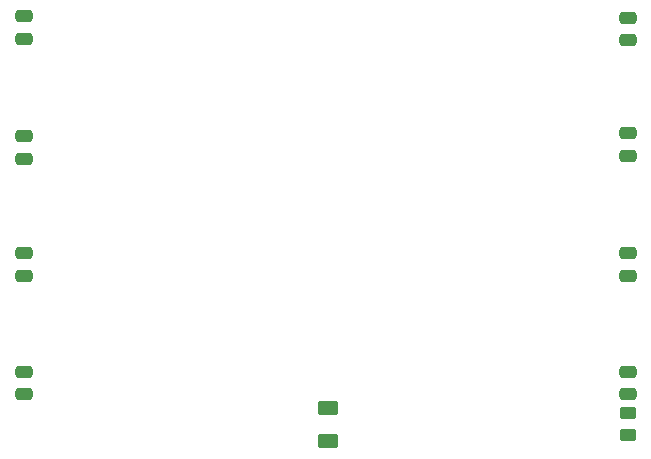
<source format=gbr>
%TF.GenerationSoftware,KiCad,Pcbnew,(6.0.7)*%
%TF.CreationDate,2023-01-24T22:55:54+00:00*%
%TF.ProjectId,CPC464-2MINICAS1,43504334-3634-42d3-924d-494e49434153,rev?*%
%TF.SameCoordinates,Original*%
%TF.FileFunction,Paste,Top*%
%TF.FilePolarity,Positive*%
%FSLAX46Y46*%
G04 Gerber Fmt 4.6, Leading zero omitted, Abs format (unit mm)*
G04 Created by KiCad (PCBNEW (6.0.7)) date 2023-01-24 22:55:54*
%MOMM*%
%LPD*%
G01*
G04 APERTURE LIST*
G04 Aperture macros list*
%AMRoundRect*
0 Rectangle with rounded corners*
0 $1 Rounding radius*
0 $2 $3 $4 $5 $6 $7 $8 $9 X,Y pos of 4 corners*
0 Add a 4 corners polygon primitive as box body*
4,1,4,$2,$3,$4,$5,$6,$7,$8,$9,$2,$3,0*
0 Add four circle primitives for the rounded corners*
1,1,$1+$1,$2,$3*
1,1,$1+$1,$4,$5*
1,1,$1+$1,$6,$7*
1,1,$1+$1,$8,$9*
0 Add four rect primitives between the rounded corners*
20,1,$1+$1,$2,$3,$4,$5,0*
20,1,$1+$1,$4,$5,$6,$7,0*
20,1,$1+$1,$6,$7,$8,$9,0*
20,1,$1+$1,$8,$9,$2,$3,0*%
G04 Aperture macros list end*
%ADD10RoundRect,0.250000X0.475000X-0.250000X0.475000X0.250000X-0.475000X0.250000X-0.475000X-0.250000X0*%
%ADD11RoundRect,0.250000X-0.450000X0.262500X-0.450000X-0.262500X0.450000X-0.262500X0.450000X0.262500X0*%
%ADD12RoundRect,0.250000X-0.625000X0.375000X-0.625000X-0.375000X0.625000X-0.375000X0.625000X0.375000X0*%
G04 APERTURE END LIST*
D10*
%TO.C,C708*%
X85329000Y-84485200D03*
X85329000Y-82585200D03*
%TD*%
%TO.C,C703*%
X34239200Y-74436800D03*
X34239200Y-72536800D03*
%TD*%
%TO.C,C705*%
X85329000Y-54513200D03*
X85329000Y-52613200D03*
%TD*%
%TO.C,C707*%
X85329000Y-74452200D03*
X85329000Y-72552200D03*
%TD*%
%TO.C,C706*%
X85329000Y-64292200D03*
X85329000Y-62392200D03*
%TD*%
D11*
%TO.C,R1220*%
X85344000Y-86087500D03*
X85344000Y-87912500D03*
%TD*%
D10*
%TO.C,C701*%
X34239200Y-54370800D03*
X34239200Y-52470800D03*
%TD*%
%TO.C,C702*%
X34239200Y-64530800D03*
X34239200Y-62630800D03*
%TD*%
D12*
%TO.C,D1220*%
X60000000Y-85600000D03*
X60000000Y-88400000D03*
%TD*%
D10*
%TO.C,C704*%
X34239200Y-84469800D03*
X34239200Y-82569800D03*
%TD*%
M02*

</source>
